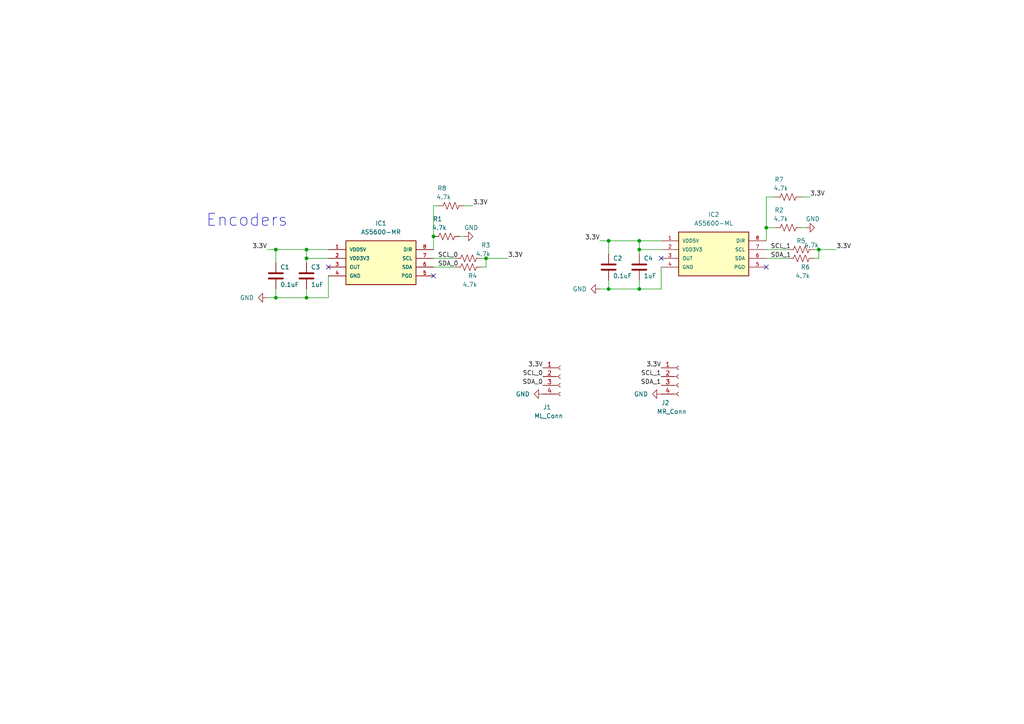
<source format=kicad_sch>
(kicad_sch (version 20230121) (generator eeschema)
  (paper "A4")
  (lib_symbols
    (symbol "Connector:Conn_01x04_Socket" (pin_names (offset 1.016) hide)
      (property "Reference" "J" (at 0 5.08 0))
      (property "Value" "Conn_01x04_Socket" (at 0 -7.62 0))
      (symbol "Conn_01x04_Socket_1_1"
        (arc (start 0 -4.572) (mid -0.5058 -5.08) (end 0 -5.588) (stroke (width 0.1524)))
        (arc (start 0 -2.032) (mid -0.5058 -2.54) (end 0 -3.048) (stroke (width 0.1524)))
        (polyline (pts (xy -1.27 -5.08) (xy -0.508 -5.08)) (stroke (width 0.1524)))
        (polyline (pts (xy -1.27 -2.54) (xy -0.508 -2.54)) (stroke (width 0.1524)))
        (polyline (pts (xy -1.27 0) (xy -0.508 0)) (stroke (width 0.1524)))
        (polyline (pts (xy -1.27 2.54) (xy -0.508 2.54)) (stroke (width 0.1524)))
        (arc (start 0 0.508) (mid -0.5058 0) (end 0 -0.508) (stroke (width 0.1524)))
        (arc (start 0 3.048) (mid -0.5058 2.54) (end 0 2.032) (stroke (width 0.1524)))
        (pin passive line (at -5.08 2.54 0) (length 3.81) (name "Pin_1") (number "1"))
        (pin passive line (at -5.08 0 0) (length 3.81) (name "Pin_2") (number "2"))
        (pin passive line (at -5.08 -2.54 0) (length 3.81) (name "Pin_3") (number "3"))
        (pin passive line (at -5.08 -5.08 0) (length 3.81) (name "Pin_4") (number "4"))
      )
    )
    (symbol "Device:C" (pin_numbers hide) (pin_names (offset 0.254))
      (property "Reference" "C" (at 0.635 2.54 0))
      (property "Value" "C" (at 0.635 -2.54 0))
      (symbol "C_0_1"
        (polyline (pts (xy -2.032 -0.762) (xy 2.032 -0.762)) (stroke (width 0.508)))
        (polyline (pts (xy -2.032 0.762) (xy 2.032 0.762)) (stroke (width 0.508)))
      )
      (symbol "C_1_1"
        (pin passive line (at 0 3.81 270) (length 2.794) (name "~") (number "1"))
        (pin passive line (at 0 -3.81 90) (length 2.794) (name "~") (number "2"))
      )
    )
    (symbol "Device:R_US" (pin_numbers hide) (pin_names (offset 0))
      (property "Reference" "R" (at 2.54 0 90))
      (property "Value" "R_US" (at -2.54 0 90))
      (symbol "R_US_0_1"
        (polyline (pts (xy 0 -2.286) (xy 0 -2.54)))
        (polyline (pts (xy 0 2.286) (xy 0 2.54)))
        (polyline (pts (xy 0 -0.762) (xy 1.016 -1.143) (xy 0 -1.524) (xy -1.016 -1.905) (xy 0 -2.286)))
        (polyline (pts (xy 0 0.762) (xy 1.016 0.381) (xy 0 0) (xy -1.016 -0.381) (xy 0 -0.762)))
        (polyline (pts (xy 0 2.286) (xy 1.016 1.905) (xy 0 1.524) (xy -1.016 1.143) (xy 0 0.762)))
      )
      (symbol "R_US_1_1"
        (pin passive line (at 0 3.81 270) (length 1.27) (name "~") (number "1"))
        (pin passive line (at 0 -3.81 90) (length 1.27) (name "~") (number "2"))
      )
    )
    (symbol "Mercury_Symbols:AS5600-ASOT" (pin_names (offset 1.016))
      (property "Reference" "IC" (at 13.97 6.35 0))
      (property "Value" "AS5600-ASOT" (at 8.89 3.81 0))
      (symbol "AS5600-ASOT_0_0"
        (rectangle (start 5.08 -10.16) (end 25.4 2.54) (stroke (width 0.254)) (fill (type background)))
        (pin bidirectional line (at 0 0 0) (length 5.08) (name "VDD5V") (number "1"))
        (pin bidirectional line (at 0 -2.54 0) (length 5.08) (name "VDD3V3") (number "2"))
        (pin bidirectional line (at 0 -5.08 0) (length 5.08) (name "OUT") (number "3"))
        (pin bidirectional line (at 0 -7.62 0) (length 5.08) (name "GND") (number "4"))
        (pin bidirectional line (at 30.48 -7.62 180) (length 5.08) (name "PGO") (number "5"))
        (pin bidirectional line (at 30.48 -5.08 180) (length 5.08) (name "SDA") (number "6"))
        (pin bidirectional line (at 30.48 -2.54 180) (length 5.08) (name "SCL") (number "7"))
        (pin bidirectional line (at 30.48 0 180) (length 5.08) (name "DIR") (number "8"))
      )
    )
    (symbol "power:GND" (power) (pin_names (offset 0))
      (property "Value" "GND" (at 0 -3.81 0))
      (symbol "GND_0_1"
        (polyline (pts (xy 0 0) (xy 0 -1.27) (xy 1.27 -1.27) (xy 0 -2.54) (xy -1.27 -1.27) (xy 0 -1.27)))
      )
      (symbol "GND_1_1"
        (pin power_in line (at 0 0 270) (length 0) hide (name "GND") (number "1"))
      )
    )
  )
  (junction (at 80.01 86.36))
  (junction (at 88.9 86.36))
  (junction (at 125.73 68.58))
  (junction (at 88.9 74.93))
  (junction (at 140.97 74.93))
  (junction (at 185.42 72.39))
  (junction (at 176.53 83.82))
  (junction (at 237.49 72.39))
  (junction (at 185.42 69.85))
  (junction (at 80.01 72.39))
  (junction (at 88.9 72.39))
  (junction (at 185.42 83.82))
  (junction (at 222.25 66.04))
  (junction (at 176.53 69.85))
  (no_connect (at 125.73 80.01))
  (no_connect (at 191.77 74.93))
  (no_connect (at 222.25 77.47))
  (no_connect (at 95.25 77.47))
  (wire (pts (xy 224.79 66.04) (xy 222.25 66.04)))
  (wire (pts (xy 88.9 72.39) (xy 88.9 74.93)))
  (wire (pts (xy 222.25 72.39) (xy 228.6 72.39)))
  (wire (pts (xy 176.53 69.85) (xy 176.53 73.66)))
  (wire (pts (xy 125.73 77.47) (xy 132.08 77.47)))
  (wire (pts (xy 176.53 69.85) (xy 185.42 69.85)))
  (wire (pts (xy 185.42 72.39) (xy 191.77 72.39)))
  (wire (pts (xy 140.97 74.93) (xy 139.7 74.93)))
  (wire (pts (xy 95.25 86.36) (xy 88.9 86.36)))
  (wire (pts (xy 88.9 76.2) (xy 88.9 74.93)))
  (wire (pts (xy 134.62 68.58) (xy 133.35 68.58)))
  (wire (pts (xy 237.49 74.93) (xy 237.49 72.39)))
  (wire (pts (xy 224.79 57.15) (xy 222.25 57.15)))
  (wire (pts (xy 233.68 66.04) (xy 232.41 66.04)))
  (wire (pts (xy 77.47 86.36) (xy 80.01 86.36)))
  (wire (pts (xy 185.42 69.85) (xy 191.77 69.85)))
  (wire (pts (xy 237.49 72.39) (xy 242.57 72.39)))
  (wire (pts (xy 125.73 74.93) (xy 132.08 74.93)))
  (wire (pts (xy 80.01 83.82) (xy 80.01 86.36)))
  (wire (pts (xy 134.62 59.69) (xy 137.16 59.69)))
  (wire (pts (xy 191.77 77.47) (xy 191.77 83.82)))
  (wire (pts (xy 80.01 72.39) (xy 80.01 76.2)))
  (wire (pts (xy 173.99 83.82) (xy 176.53 83.82)))
  (wire (pts (xy 125.73 59.69) (xy 125.73 68.58)))
  (wire (pts (xy 80.01 86.36) (xy 88.9 86.36)))
  (wire (pts (xy 127 59.69) (xy 125.73 59.69)))
  (wire (pts (xy 176.53 83.82) (xy 185.42 83.82)))
  (wire (pts (xy 222.25 57.15) (xy 222.25 66.04)))
  (wire (pts (xy 125.73 68.58) (xy 125.73 72.39)))
  (wire (pts (xy 222.25 74.93) (xy 228.6 74.93)))
  (wire (pts (xy 173.99 69.85) (xy 176.53 69.85)))
  (wire (pts (xy 237.49 74.93) (xy 236.22 74.93)))
  (wire (pts (xy 88.9 86.36) (xy 88.9 83.82)))
  (wire (pts (xy 185.42 83.82) (xy 185.42 81.28)))
  (wire (pts (xy 140.97 77.47) (xy 139.7 77.47)))
  (wire (pts (xy 222.25 66.04) (xy 222.25 69.85)))
  (wire (pts (xy 95.25 80.01) (xy 95.25 86.36)))
  (wire (pts (xy 185.42 69.85) (xy 185.42 72.39)))
  (wire (pts (xy 80.01 72.39) (xy 88.9 72.39)))
  (wire (pts (xy 88.9 72.39) (xy 95.25 72.39)))
  (wire (pts (xy 140.97 74.93) (xy 147.32 74.93)))
  (wire (pts (xy 191.77 83.82) (xy 185.42 83.82)))
  (wire (pts (xy 176.53 81.28) (xy 176.53 83.82)))
  (wire (pts (xy 140.97 77.47) (xy 140.97 74.93)))
  (wire (pts (xy 237.49 72.39) (xy 236.22 72.39)))
  (wire (pts (xy 88.9 74.93) (xy 95.25 74.93)))
  (wire (pts (xy 234.95 57.15) (xy 232.41 57.15)))
  (wire (pts (xy 185.42 73.66) (xy 185.42 72.39)))
  (wire (pts (xy 77.47 72.39) (xy 80.01 72.39)))
  (text "Encoders" (at 59.69 66.04 0) (effects (font (size 3.5 3.5)) (justify left bottom)))
  (label "SCL_1" (at 223.52 72.39 0))
  (label "3.3V" (at 77.47 72.39 180))
  (label "3.3V" (at 173.99 69.85 180))
  (label "SDA_0" (at 157.48 111.76 180))
  (label "SDA_1" (at 223.52 74.93 0))
  (label "SCL_1" (at 191.77 109.22 180))
  (label "SDA_0" (at 127 77.47 0))
  (label "SCL_0" (at 157.48 109.22 180))
  (label "SCL_0" (at 127 74.93 0))
  (label "SDA_1" (at 191.77 111.76 180))
  (label "3.3V" (at 137.16 59.69 0))
  (label "3.3V" (at 234.95 57.15 0))
  (label "3.3V" (at 242.57 72.39 0))
  (label "3.3V" (at 191.77 106.68 180))
  (label "3.3V" (at 157.48 106.68 180))
  (label "3.3V" (at 147.32 74.93 0))
  (symbol (lib_id "Device:R_US") (at 228.6 66.04 90) (unit 1)
    (property "Reference" "R2" (at 227.33 60.96 90) (effects (justify left)))
    (property "Value" "4.7k" (at 228.6 63.5 90) (effects (justify left)))
    (property "Footprint" "Resistor_SMD:R_0603_1608Metric_Pad0.98x0.95mm_HandSolder" (effects hide))
  )
  (symbol (lib_id "Device:R_US") (at 228.6 57.15 90) (unit 1)
    (property "Reference" "R7" (at 227.33 52.07 90) (effects (justify left)))
    (property "Value" "4.7k" (at 228.6 54.61 90) (effects (justify left)))
    (property "Footprint" "Resistor_SMD:R_0603_1608Metric_Pad0.98x0.95mm_HandSolder" (effects hide))
  )
  (symbol (lib_id "Device:C") (at 176.53 77.47 0) (unit 1)
    (property "Reference" "C2" (at 177.8 74.93 0) (effects (justify left)))
    (property "Value" "0.1uF" (at 177.8 80.01 0) (effects (justify left)))
    (property "Footprint" "Capacitor_SMD:C_0603_1608Metric_Pad1.08x0.95mm_HandSolder" (effects hide))
  )
  (symbol (lib_id "Connector:Conn_01x04_Socket") (at 162.56 109.22 0) (unit 1)
    (property "Reference" "J1" (at 157.48 118.11 0) (effects (justify left)))
    (property "Value" "ML_Conn" (at 154.94 120.65 0) (effects (justify left)))
    (property "Footprint" "Connector_PinSocket_2.54mm:PinSocket_1x04_P2.54mm_Vertical" (effects hide))
  )
  (symbol (lib_id "power:GND") (at 233.68 66.04 90) (unit 1)
    (property "Reference" "#PWR04" (effects hide))
    (property "Value" "GND" (at 233.68 63.5 90) (effects (justify right)))
  )
  (symbol (lib_id "Device:C") (at 80.01 80.01 0) (unit 1)
    (property "Reference" "C1" (at 81.28 77.47 0) (effects (justify left)))
    (property "Value" "0.1uF" (at 81.28 82.55 0) (effects (justify left)))
    (property "Footprint" "Capacitor_SMD:C_0603_1608Metric_Pad1.08x0.95mm_HandSolder" (effects hide))
  )
  (symbol (lib_id "Device:R_US") (at 232.41 72.39 90) (unit 1)
    (property "Reference" "R5" (at 233.68 69.85 90) (effects (justify left)))
    (property "Value" "4.7k" (at 237.49 71.12 90) (effects (justify left)))
    (property "Footprint" "Resistor_SMD:R_0603_1608Metric_Pad0.98x0.95mm_HandSolder" (effects hide))
  )
  (symbol (lib_id "Mercury_Symbols:AS5600-ASOT") (at 191.77 69.85 0) (unit 1)
    (property "Reference" "IC2" (at 207.01 62.23 0))
    (property "Value" "AS5600-ML" (at 207.01 64.77 0))
    (property "Footprint" "footprint:SOIC127P600X175-8N" (effects hide))
    (property "MANUFACTURER_NAME" "ams" (effects hide))
    (property "MF" "ams" (effects hide))
    (property "MOUSER_PRICE-STOCK" "https://www.mouser.co.uk/ProductDetail/ams/AS5600-ASOT?qs=KTMMzrZdriGJpjhsnAEYBA%3D%3D" (effects hide))
    (property "DESCRIPTION" "Board Mount Hall Effect / Magnetic Sensors AS5600 Magnetic Sensor 12-Bit" (effects hide))
    (property "MOUSER_PART_NUMBER" "985-AS5600-ASOT" (effects hide))
    (property "Price" "None" (effects hide))
    (property "Package" "SOIC-8 ams" (effects hide))
    (property "Check_prices" "https://www.snapeda.com/parts/AS5600-ASOT/ams/view-part/?ref=eda" (effects hide))
    (property "HEIGHT" "1.75mm" (effects hide))
    (property "MP" "AS5600-ASOT" (effects hide))
    (property "SnapEDA_Link" "https://www.snapeda.com/parts/AS5600-ASOT/ams/view-part/?ref=snap" (effects hide))
    (property "ARROW_PRICE-STOCK" "https://www.arrow.com/en/products/as5600-asot/ams-ag?region=nac" (effects hide))
    (property "ARROW_PART_NUMBER" "AS5600-ASOT" (effects hide))
    (property "Purchase-URL" "https://www.snapeda.com/api/url_track_click_mouser/?unipart_id=2474367&manufacturer=ams&part_name=AS5600-ASOT&search_term=as5600" (effects hide))
    (property "Description" "\nHall Effect Sensor Angle External Magnet, Not Included Gull Wing\n" (effects hide))
    (property "Availability" "In Stock" (effects hide))
    (property "MANUFACTURER_PART_NUMBER" "AS5600-ASOT" (effects hide))
  )
  (symbol (lib_id "Device:C") (at 185.42 77.47 0) (unit 1)
    (property "Reference" "C4" (at 186.69 74.93 0) (effects (justify left)))
    (property "Value" "1uF" (at 186.69 80.01 0) (effects (justify left)))
    (property "Footprint" "Capacitor_SMD:C_0603_1608Metric_Pad1.08x0.95mm_HandSolder" (effects hide))
  )
  (symbol (lib_id "power:GND") (at 173.99 83.82 270) (unit 1)
    (property "Reference" "#PWR02" (effects hide))
    (property "Value" "GND" (at 170.18 83.82 90) (effects (justify right)))
  )
  (symbol (lib_id "Device:R_US") (at 130.81 59.69 90) (unit 1)
    (property "Reference" "R8" (at 129.54 54.61 90) (effects (justify left)))
    (property "Value" "4.7k" (at 130.81 57.15 90) (effects (justify left)))
    (property "Footprint" "Resistor_SMD:R_0603_1608Metric_Pad0.98x0.95mm_HandSolder" (effects hide))
  )
  (symbol (lib_id "Device:C") (at 88.9 80.01 0) (unit 1)
    (property "Reference" "C3" (at 90.17 77.47 0) (effects (justify left)))
    (property "Value" "1uF" (at 90.17 82.55 0) (effects (justify left)))
    (property "Footprint" "Capacitor_SMD:C_0603_1608Metric_Pad1.08x0.95mm_HandSolder" (effects hide))
  )
  (symbol (lib_id "Device:R_US") (at 232.41 74.93 90) (unit 1)
    (property "Reference" "R6" (at 234.95 77.47 90) (effects (justify left)))
    (property "Value" "4.7k" (at 234.95 80.01 90) (effects (justify left)))
    (property "Footprint" "Resistor_SMD:R_0603_1608Metric_Pad0.98x0.95mm_HandSolder" (effects hide))
  )
  (symbol (lib_id "Device:R_US") (at 129.54 68.58 90) (unit 1)
    (property "Reference" "R1" (at 128.27 63.5 90) (effects (justify left)))
    (property "Value" "4.7k" (at 129.54 66.04 90) (effects (justify left)))
    (property "Footprint" "Resistor_SMD:R_0603_1608Metric_Pad0.98x0.95mm_HandSolder" (effects hide))
  )
  (symbol (lib_id "Device:R_US") (at 135.89 77.47 90) (unit 1)
    (property "Reference" "R4" (at 138.43 80.01 90) (effects (justify left)))
    (property "Value" "4.7k" (at 138.43 82.55 90) (effects (justify left)))
    (property "Footprint" "Resistor_SMD:R_0603_1608Metric_Pad0.98x0.95mm_HandSolder" (effects hide))
  )
  (symbol (lib_id "Mercury_Symbols:AS5600-ASOT") (at 95.25 72.39 0) (unit 1)
    (property "Reference" "IC1" (at 110.49 64.77 0))
    (property "Value" "AS5600-MR" (at 110.49 67.31 0))
    (property "Footprint" "footprint:SOIC127P600X175-8N" (effects hide))
    (property "MANUFACTURER_NAME" "ams" (effects hide))
    (property "MF" "ams" (effects hide))
    (property "MOUSER_PRICE-STOCK" "https://www.mouser.co.uk/ProductDetail/ams/AS5600-ASOT?qs=KTMMzrZdriGJpjhsnAEYBA%3D%3D" (effects hide))
    (property "DESCRIPTION" "Board Mount Hall Effect / Magnetic Sensors AS5600 Magnetic Sensor 12-Bit" (effects hide))
    (property "MOUSER_PART_NUMBER" "985-AS5600-ASOT" (effects hide))
    (property "Price" "None" (effects hide))
    (property "Package" "SOIC-8 ams" (effects hide))
    (property "Check_prices" "https://www.snapeda.com/parts/AS5600-ASOT/ams/view-part/?ref=eda" (effects hide))
    (property "HEIGHT" "1.75mm" (effects hide))
    (property "MP" "AS5600-ASOT" (effects hide))
    (property "SnapEDA_Link" "https://www.snapeda.com/parts/AS5600-ASOT/ams/view-part/?ref=snap" (effects hide))
    (property "ARROW_PRICE-STOCK" "https://www.arrow.com/en/products/as5600-asot/ams-ag?region=nac" (effects hide))
    (property "ARROW_PART_NUMBER" "AS5600-ASOT" (effects hide))
    (property "Purchase-URL" "https://www.snapeda.com/api/url_track_click_mouser/?unipart_id=2474367&manufacturer=ams&part_name=AS5600-ASOT&search_term=as5600" (effects hide))
    (property "Description" "\nHall Effect Sensor Angle External Magnet, Not Included Gull Wing\n" (effects hide))
    (property "Availability" "In Stock" (effects hide))
    (property "MANUFACTURER_PART_NUMBER" "AS5600-ASOT" (effects hide))
  )
  (symbol (lib_id "power:GND") (at 77.47 86.36 270) (unit 1)
    (property "Reference" "#PWR01" (effects hide))
    (property "Value" "GND" (at 73.66 86.36 90) (effects (justify right)))
  )
  (symbol (lib_id "power:GND") (at 157.48 114.3 270) (unit 1)
    (property "Reference" "#PWR05" (effects hide))
    (property "Value" "GND" (at 153.67 114.3 90) (effects (justify right)))
  )
  (symbol (lib_id "Device:R_US") (at 135.89 74.93 90) (unit 1)
    (property "Reference" "R3" (at 142.24 71.12 90) (effects (justify left)))
    (property "Value" "4.7k" (at 142.24 73.66 90) (effects (justify left)))
    (property "Footprint" "Resistor_SMD:R_0603_1608Metric_Pad0.98x0.95mm_HandSolder" (effects hide))
  )
  (symbol (lib_id "power:GND") (at 191.77 114.3 270) (unit 1)
    (property "Reference" "#PWR06" (effects hide))
    (property "Value" "GND" (at 187.96 114.3 90) (effects (justify right)))
  )
  (symbol (lib_id "power:GND") (at 134.62 68.58 90) (unit 1)
    (property "Reference" "#PWR03" (effects hide))
    (property "Value" "GND" (at 134.62 66.04 90) (effects (justify right)))
  )
  (symbol (lib_id "Connector:Conn_01x04_Socket") (at 196.85 109.22 0) (unit 1)
    (property "Reference" "J2" (at 191.77 116.84 0) (effects (justify left)))
    (property "Value" "MR_Conn" (at 190.5 119.38 0) (effects (justify left)))
    (property "Footprint" "Connector_PinSocket_2.54mm:PinSocket_1x04_P2.54mm_Vertical" (effects hide))
  )
)
</source>
